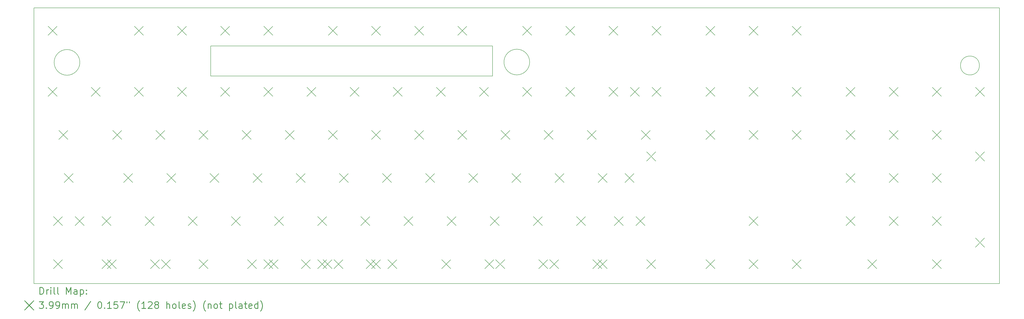
<source format=gbr>
%FSLAX45Y45*%
G04 Gerber Fmt 4.5, Leading zero omitted, Abs format (unit mm)*
G04 Created by KiCad (PCBNEW 4.0.5+dfsg1-4) date Tue Aug 15 04:46:43 2017*
%MOMM*%
%LPD*%
G01*
G04 APERTURE LIST*
%ADD10C,0.127000*%
%ADD11C,0.200000*%
%ADD12C,0.150000*%
%ADD13C,0.300000*%
G04 APERTURE END LIST*
D10*
D11*
X43467253Y-4075000D02*
G75*
G03X43467253Y-4075000I-417253J0D01*
G01*
D12*
X3742961Y-3937000D02*
G75*
G03X3742961Y-3937000I-567961J0D01*
G01*
X23606961Y-3922000D02*
G75*
G03X23606961Y-3922000I-567961J0D01*
G01*
X21971000Y-3213100D02*
X9525000Y-3213100D01*
X21971000Y-4540250D02*
X21971000Y-3213100D01*
X9525000Y-4540250D02*
X21971000Y-4540250D01*
X9525000Y-3213100D02*
X9525000Y-4540250D01*
X1714500Y-13716000D02*
X1714500Y-1524000D01*
X44354750Y-13716000D02*
X1714500Y-13716000D01*
X44354750Y-1524000D02*
X44354750Y-13716000D01*
X1714500Y-1524000D02*
X44354750Y-1524000D01*
D11*
X2340610Y-2340610D02*
X2739390Y-2739390D01*
X2739390Y-2340610D02*
X2340610Y-2739390D01*
X2340610Y-5039360D02*
X2739390Y-5438140D01*
X2739390Y-5039360D02*
X2340610Y-5438140D01*
X2577150Y-10754410D02*
X2975930Y-11153190D01*
X2975930Y-10754410D02*
X2577150Y-11153190D01*
X2578890Y-12659410D02*
X2977670Y-13058190D01*
X2977670Y-12659410D02*
X2578890Y-13058190D01*
X2816860Y-6944360D02*
X3215640Y-7343140D01*
X3215640Y-6944360D02*
X2816860Y-7343140D01*
X3055080Y-8849360D02*
X3453860Y-9248140D01*
X3453860Y-8849360D02*
X3055080Y-9248140D01*
X3531390Y-10754410D02*
X3930170Y-11153190D01*
X3930170Y-10754410D02*
X3531390Y-11153190D01*
X4245610Y-5039360D02*
X4644390Y-5438140D01*
X4644390Y-5039360D02*
X4245610Y-5438140D01*
X4720270Y-10754410D02*
X5119050Y-11153190D01*
X5119050Y-10754410D02*
X4720270Y-11153190D01*
X4721860Y-12659410D02*
X5120640Y-13058190D01*
X5120640Y-12659410D02*
X4721860Y-13058190D01*
X4959990Y-12659410D02*
X5358770Y-13058190D01*
X5358770Y-12659410D02*
X4959990Y-13058190D01*
X5198110Y-6944360D02*
X5596890Y-7343140D01*
X5596890Y-6944360D02*
X5198110Y-7343140D01*
X5674360Y-8849360D02*
X6073140Y-9248140D01*
X6073140Y-8849360D02*
X5674360Y-9248140D01*
X6150610Y-2340610D02*
X6549390Y-2739390D01*
X6549390Y-2340610D02*
X6150610Y-2739390D01*
X6150610Y-5039360D02*
X6549390Y-5438140D01*
X6549390Y-5039360D02*
X6150610Y-5438140D01*
X6626860Y-10754410D02*
X7025640Y-11153190D01*
X7025640Y-10754410D02*
X6626860Y-11153190D01*
X6864990Y-12659410D02*
X7263770Y-13058190D01*
X7263770Y-12659410D02*
X6864990Y-13058190D01*
X7103110Y-6944360D02*
X7501890Y-7343140D01*
X7501890Y-6944360D02*
X7103110Y-7343140D01*
X7341230Y-12659410D02*
X7740010Y-13058190D01*
X7740010Y-12659410D02*
X7341230Y-13058190D01*
X7579360Y-8849360D02*
X7978140Y-9248140D01*
X7978140Y-8849360D02*
X7579360Y-9248140D01*
X8055610Y-2340610D02*
X8454390Y-2739390D01*
X8454390Y-2340610D02*
X8055610Y-2739390D01*
X8055610Y-5039360D02*
X8454390Y-5438140D01*
X8454390Y-5039360D02*
X8055610Y-5438140D01*
X8531860Y-10754410D02*
X8930640Y-11153190D01*
X8930640Y-10754410D02*
X8531860Y-11153190D01*
X9008110Y-6944360D02*
X9406890Y-7343140D01*
X9406890Y-6944360D02*
X9008110Y-7343140D01*
X9008110Y-12659410D02*
X9406890Y-13058190D01*
X9406890Y-12659410D02*
X9008110Y-13058190D01*
X9484360Y-8849360D02*
X9883140Y-9248140D01*
X9883140Y-8849360D02*
X9484360Y-9248140D01*
X9960610Y-2340610D02*
X10359390Y-2739390D01*
X10359390Y-2340610D02*
X9960610Y-2739390D01*
X9960610Y-5039360D02*
X10359390Y-5438140D01*
X10359390Y-5039360D02*
X9960610Y-5438140D01*
X10436810Y-10754410D02*
X10835590Y-11153190D01*
X10835590Y-10754410D02*
X10436810Y-11153190D01*
X10913110Y-6944360D02*
X11311890Y-7343140D01*
X11311890Y-6944360D02*
X10913110Y-7343140D01*
X11149310Y-12659410D02*
X11548090Y-13058190D01*
X11548090Y-12659410D02*
X11149310Y-13058190D01*
X11389410Y-8849360D02*
X11788190Y-9248140D01*
X11788190Y-8849360D02*
X11389410Y-9248140D01*
X11865610Y-2340610D02*
X12264390Y-2739390D01*
X12264390Y-2340610D02*
X11865610Y-2739390D01*
X11865610Y-5039360D02*
X12264390Y-5438140D01*
X12264390Y-5039360D02*
X11865610Y-5438140D01*
X11865610Y-12659410D02*
X12264390Y-13058190D01*
X12264390Y-12659410D02*
X11865610Y-13058190D01*
X12102110Y-12659410D02*
X12500890Y-13058190D01*
X12500890Y-12659410D02*
X12102110Y-13058190D01*
X12341810Y-10754410D02*
X12740590Y-11153190D01*
X12740590Y-10754410D02*
X12341810Y-11153190D01*
X12818110Y-6944360D02*
X13216890Y-7343140D01*
X13216890Y-6944360D02*
X12818110Y-7343140D01*
X13294410Y-8849360D02*
X13693190Y-9248140D01*
X13693190Y-8849360D02*
X13294410Y-9248140D01*
X13529310Y-12659410D02*
X13928090Y-13058190D01*
X13928090Y-12659410D02*
X13529310Y-13058190D01*
X13770610Y-5039360D02*
X14169390Y-5438140D01*
X14169390Y-5039360D02*
X13770610Y-5438140D01*
X14246810Y-10754410D02*
X14645590Y-11153190D01*
X14645590Y-10754410D02*
X14246810Y-11153190D01*
X14246810Y-12659410D02*
X14645590Y-13058190D01*
X14645590Y-12659410D02*
X14246810Y-13058190D01*
X14485010Y-12659410D02*
X14883790Y-13058190D01*
X14883790Y-12659410D02*
X14485010Y-13058190D01*
X14723110Y-2340610D02*
X15121890Y-2739390D01*
X15121890Y-2340610D02*
X14723110Y-2739390D01*
X14723110Y-6944360D02*
X15121890Y-7343140D01*
X15121890Y-6944360D02*
X14723110Y-7343140D01*
X14961210Y-12659410D02*
X15359990Y-13058190D01*
X15359990Y-12659410D02*
X14961210Y-13058190D01*
X15199410Y-8849360D02*
X15598190Y-9248140D01*
X15598190Y-8849360D02*
X15199410Y-9248140D01*
X15675610Y-5039360D02*
X16074390Y-5438140D01*
X16074390Y-5039360D02*
X15675610Y-5438140D01*
X16151810Y-10754410D02*
X16550590Y-11153190D01*
X16550590Y-10754410D02*
X16151810Y-11153190D01*
X16390010Y-12659410D02*
X16788790Y-13058190D01*
X16788790Y-12659410D02*
X16390010Y-13058190D01*
X16627810Y-12659410D02*
X17026590Y-13058190D01*
X17026590Y-12659410D02*
X16627810Y-13058190D01*
X16628110Y-2340610D02*
X17026890Y-2739390D01*
X17026890Y-2340610D02*
X16628110Y-2739390D01*
X16628110Y-6944360D02*
X17026890Y-7343140D01*
X17026890Y-6944360D02*
X16628110Y-7343140D01*
X17104410Y-8849360D02*
X17503190Y-9248140D01*
X17503190Y-8849360D02*
X17104410Y-9248140D01*
X17343110Y-12659410D02*
X17741890Y-13058190D01*
X17741890Y-12659410D02*
X17343110Y-13058190D01*
X17580610Y-5039360D02*
X17979390Y-5438140D01*
X17979390Y-5039360D02*
X17580610Y-5438140D01*
X18056810Y-10754410D02*
X18455590Y-11153190D01*
X18455590Y-10754410D02*
X18056810Y-11153190D01*
X18533110Y-2340610D02*
X18931890Y-2739390D01*
X18931890Y-2340610D02*
X18533110Y-2739390D01*
X18533110Y-6944360D02*
X18931890Y-7343140D01*
X18931890Y-6944360D02*
X18533110Y-7343140D01*
X19009410Y-8849360D02*
X19408190Y-9248140D01*
X19408190Y-8849360D02*
X19009410Y-9248140D01*
X19485610Y-5039360D02*
X19884390Y-5438140D01*
X19884390Y-5039360D02*
X19485610Y-5438140D01*
X19723510Y-12659410D02*
X20122290Y-13058190D01*
X20122290Y-12659410D02*
X19723510Y-13058190D01*
X19961810Y-10754410D02*
X20360590Y-11153190D01*
X20360590Y-10754410D02*
X19961810Y-11153190D01*
X20438110Y-2340610D02*
X20836890Y-2739390D01*
X20836890Y-2340610D02*
X20438110Y-2739390D01*
X20438110Y-6944360D02*
X20836890Y-7343140D01*
X20836890Y-6944360D02*
X20438110Y-7343140D01*
X20914410Y-8849360D02*
X21313190Y-9248140D01*
X21313190Y-8849360D02*
X20914410Y-9248140D01*
X21390610Y-5039360D02*
X21789390Y-5438140D01*
X21789390Y-5039360D02*
X21390610Y-5438140D01*
X21628710Y-12659410D02*
X22027490Y-13058190D01*
X22027490Y-12659410D02*
X21628710Y-13058190D01*
X21866810Y-10754410D02*
X22265590Y-11153190D01*
X22265590Y-10754410D02*
X21866810Y-11153190D01*
X22106210Y-12659410D02*
X22504990Y-13058190D01*
X22504990Y-12659410D02*
X22106210Y-13058190D01*
X22343110Y-6944360D02*
X22741890Y-7343140D01*
X22741890Y-6944360D02*
X22343110Y-7343140D01*
X22819410Y-8849360D02*
X23218190Y-9248140D01*
X23218190Y-8849360D02*
X22819410Y-9248140D01*
X23295610Y-2340610D02*
X23694390Y-2739390D01*
X23694390Y-2340610D02*
X23295610Y-2739390D01*
X23295610Y-5039360D02*
X23694390Y-5438140D01*
X23694390Y-5039360D02*
X23295610Y-5438140D01*
X23771810Y-10754410D02*
X24170590Y-11153190D01*
X24170590Y-10754410D02*
X23771810Y-11153190D01*
X24010010Y-12659410D02*
X24408790Y-13058190D01*
X24408790Y-12659410D02*
X24010010Y-13058190D01*
X24248110Y-6944360D02*
X24646890Y-7343140D01*
X24646890Y-6944360D02*
X24248110Y-7343140D01*
X24486210Y-12659410D02*
X24884990Y-13058190D01*
X24884990Y-12659410D02*
X24486210Y-13058190D01*
X24724410Y-8849360D02*
X25123190Y-9248140D01*
X25123190Y-8849360D02*
X24724410Y-9248140D01*
X25200610Y-2340610D02*
X25599390Y-2739390D01*
X25599390Y-2340610D02*
X25200610Y-2739390D01*
X25200610Y-5039360D02*
X25599390Y-5438140D01*
X25599390Y-5039360D02*
X25200610Y-5438140D01*
X25676810Y-10754410D02*
X26075590Y-11153190D01*
X26075590Y-10754410D02*
X25676810Y-11153190D01*
X26153110Y-6944360D02*
X26551890Y-7343140D01*
X26551890Y-6944360D02*
X26153110Y-7343140D01*
X26391210Y-12659410D02*
X26789990Y-13058190D01*
X26789990Y-12659410D02*
X26391210Y-13058190D01*
X26629410Y-8849360D02*
X27028190Y-9248140D01*
X27028190Y-8849360D02*
X26629410Y-9248140D01*
X26629410Y-12659410D02*
X27028190Y-13058190D01*
X27028190Y-12659410D02*
X26629410Y-13058190D01*
X27105610Y-2340610D02*
X27504390Y-2739390D01*
X27504390Y-2340610D02*
X27105610Y-2739390D01*
X27105610Y-5039360D02*
X27504390Y-5438140D01*
X27504390Y-5039360D02*
X27105610Y-5438140D01*
X27342110Y-10754410D02*
X27740890Y-11153190D01*
X27740890Y-10754410D02*
X27342110Y-11153190D01*
X27820110Y-8849360D02*
X28218890Y-9248140D01*
X28218890Y-8849360D02*
X27820110Y-9248140D01*
X28058110Y-5039360D02*
X28456890Y-5438140D01*
X28456890Y-5039360D02*
X28058110Y-5438140D01*
X28296210Y-10754410D02*
X28694990Y-11153190D01*
X28694990Y-10754410D02*
X28296210Y-11153190D01*
X28534410Y-6944360D02*
X28933190Y-7343140D01*
X28933190Y-6944360D02*
X28534410Y-7343140D01*
X28771510Y-12659410D02*
X29170290Y-13058190D01*
X29170290Y-12659410D02*
X28771510Y-13058190D01*
X28774110Y-7896860D02*
X29172890Y-8295640D01*
X29172890Y-7896860D02*
X28774110Y-8295640D01*
X29010610Y-2340610D02*
X29409390Y-2739390D01*
X29409390Y-2340610D02*
X29010610Y-2739390D01*
X29010610Y-5039360D02*
X29409390Y-5438140D01*
X29409390Y-5039360D02*
X29010610Y-5438140D01*
X31391810Y-2340610D02*
X31790590Y-2739390D01*
X31790590Y-2340610D02*
X31391810Y-2739390D01*
X31391810Y-5039360D02*
X31790590Y-5438140D01*
X31790590Y-5039360D02*
X31391810Y-5438140D01*
X31391810Y-6944360D02*
X31790590Y-7343140D01*
X31790590Y-6944360D02*
X31391810Y-7343140D01*
X31391810Y-12659410D02*
X31790590Y-13058190D01*
X31790590Y-12659410D02*
X31391810Y-13058190D01*
X33296810Y-2340610D02*
X33695590Y-2739390D01*
X33695590Y-2340610D02*
X33296810Y-2739390D01*
X33296810Y-5039360D02*
X33695590Y-5438140D01*
X33695590Y-5039360D02*
X33296810Y-5438140D01*
X33296810Y-6944360D02*
X33695590Y-7343140D01*
X33695590Y-6944360D02*
X33296810Y-7343140D01*
X33296810Y-10754410D02*
X33695590Y-11153190D01*
X33695590Y-10754410D02*
X33296810Y-11153190D01*
X33296810Y-12659410D02*
X33695590Y-13058190D01*
X33695590Y-12659410D02*
X33296810Y-13058190D01*
X35201810Y-2340610D02*
X35600590Y-2739390D01*
X35600590Y-2340610D02*
X35201810Y-2739390D01*
X35201810Y-5039360D02*
X35600590Y-5438140D01*
X35600590Y-5039360D02*
X35201810Y-5438140D01*
X35201810Y-6944360D02*
X35600590Y-7343140D01*
X35600590Y-6944360D02*
X35201810Y-7343140D01*
X35201810Y-12659410D02*
X35600590Y-13058190D01*
X35600590Y-12659410D02*
X35201810Y-13058190D01*
X37583110Y-5039360D02*
X37981890Y-5438140D01*
X37981890Y-5039360D02*
X37583110Y-5438140D01*
X37583110Y-6944360D02*
X37981890Y-7343140D01*
X37981890Y-6944360D02*
X37583110Y-7343140D01*
X37583110Y-8849360D02*
X37981890Y-9248140D01*
X37981890Y-8849360D02*
X37583110Y-9248140D01*
X37583110Y-10754410D02*
X37981890Y-11153190D01*
X37981890Y-10754410D02*
X37583110Y-11153190D01*
X38535610Y-12659410D02*
X38934390Y-13058190D01*
X38934390Y-12659410D02*
X38535610Y-13058190D01*
X39488110Y-5039360D02*
X39886890Y-5438140D01*
X39886890Y-5039360D02*
X39488110Y-5438140D01*
X39488110Y-6944360D02*
X39886890Y-7343140D01*
X39886890Y-6944360D02*
X39488110Y-7343140D01*
X39488110Y-8849360D02*
X39886890Y-9248140D01*
X39886890Y-8849360D02*
X39488110Y-9248140D01*
X39488110Y-10754410D02*
X39886890Y-11153190D01*
X39886890Y-10754410D02*
X39488110Y-11153190D01*
X41393110Y-5039360D02*
X41791890Y-5438140D01*
X41791890Y-5039360D02*
X41393110Y-5438140D01*
X41393110Y-6944360D02*
X41791890Y-7343140D01*
X41791890Y-6944360D02*
X41393110Y-7343140D01*
X41393110Y-8849360D02*
X41791890Y-9248140D01*
X41791890Y-8849360D02*
X41393110Y-9248140D01*
X41393110Y-10754410D02*
X41791890Y-11153190D01*
X41791890Y-10754410D02*
X41393110Y-11153190D01*
X41393110Y-12659410D02*
X41791890Y-13058190D01*
X41791890Y-12659410D02*
X41393110Y-13058190D01*
X43298110Y-5039360D02*
X43696890Y-5438140D01*
X43696890Y-5039360D02*
X43298110Y-5438140D01*
X43298110Y-7896860D02*
X43696890Y-8295640D01*
X43696890Y-7896860D02*
X43298110Y-8295640D01*
X43298110Y-11706810D02*
X43696890Y-12105590D01*
X43696890Y-11706810D02*
X43298110Y-12105590D01*
D13*
X1978428Y-14189214D02*
X1978428Y-13889214D01*
X2049857Y-13889214D01*
X2092714Y-13903500D01*
X2121286Y-13932071D01*
X2135571Y-13960643D01*
X2149857Y-14017786D01*
X2149857Y-14060643D01*
X2135571Y-14117786D01*
X2121286Y-14146357D01*
X2092714Y-14174929D01*
X2049857Y-14189214D01*
X1978428Y-14189214D01*
X2278429Y-14189214D02*
X2278429Y-13989214D01*
X2278429Y-14046357D02*
X2292714Y-14017786D01*
X2307000Y-14003500D01*
X2335571Y-13989214D01*
X2364143Y-13989214D01*
X2464143Y-14189214D02*
X2464143Y-13989214D01*
X2464143Y-13889214D02*
X2449857Y-13903500D01*
X2464143Y-13917786D01*
X2478429Y-13903500D01*
X2464143Y-13889214D01*
X2464143Y-13917786D01*
X2649857Y-14189214D02*
X2621286Y-14174929D01*
X2607000Y-14146357D01*
X2607000Y-13889214D01*
X2807000Y-14189214D02*
X2778429Y-14174929D01*
X2764143Y-14146357D01*
X2764143Y-13889214D01*
X3149857Y-14189214D02*
X3149857Y-13889214D01*
X3249857Y-14103500D01*
X3349857Y-13889214D01*
X3349857Y-14189214D01*
X3621286Y-14189214D02*
X3621286Y-14032071D01*
X3607000Y-14003500D01*
X3578428Y-13989214D01*
X3521286Y-13989214D01*
X3492714Y-14003500D01*
X3621286Y-14174929D02*
X3592714Y-14189214D01*
X3521286Y-14189214D01*
X3492714Y-14174929D01*
X3478428Y-14146357D01*
X3478428Y-14117786D01*
X3492714Y-14089214D01*
X3521286Y-14074929D01*
X3592714Y-14074929D01*
X3621286Y-14060643D01*
X3764143Y-13989214D02*
X3764143Y-14289214D01*
X3764143Y-14003500D02*
X3792714Y-13989214D01*
X3849857Y-13989214D01*
X3878428Y-14003500D01*
X3892714Y-14017786D01*
X3907000Y-14046357D01*
X3907000Y-14132071D01*
X3892714Y-14160643D01*
X3878428Y-14174929D01*
X3849857Y-14189214D01*
X3792714Y-14189214D01*
X3764143Y-14174929D01*
X4035571Y-14160643D02*
X4049857Y-14174929D01*
X4035571Y-14189214D01*
X4021286Y-14174929D01*
X4035571Y-14160643D01*
X4035571Y-14189214D01*
X4035571Y-14003500D02*
X4049857Y-14017786D01*
X4035571Y-14032071D01*
X4021286Y-14017786D01*
X4035571Y-14003500D01*
X4035571Y-14032071D01*
X1308220Y-14484110D02*
X1707000Y-14882890D01*
X1707000Y-14484110D02*
X1308220Y-14882890D01*
X1949857Y-14519214D02*
X2135571Y-14519214D01*
X2035571Y-14633500D01*
X2078428Y-14633500D01*
X2107000Y-14647786D01*
X2121286Y-14662071D01*
X2135571Y-14690643D01*
X2135571Y-14762071D01*
X2121286Y-14790643D01*
X2107000Y-14804929D01*
X2078428Y-14819214D01*
X1992714Y-14819214D01*
X1964143Y-14804929D01*
X1949857Y-14790643D01*
X2264143Y-14790643D02*
X2278429Y-14804929D01*
X2264143Y-14819214D01*
X2249857Y-14804929D01*
X2264143Y-14790643D01*
X2264143Y-14819214D01*
X2421286Y-14819214D02*
X2478428Y-14819214D01*
X2507000Y-14804929D01*
X2521286Y-14790643D01*
X2549857Y-14747786D01*
X2564143Y-14690643D01*
X2564143Y-14576357D01*
X2549857Y-14547786D01*
X2535571Y-14533500D01*
X2507000Y-14519214D01*
X2449857Y-14519214D01*
X2421286Y-14533500D01*
X2407000Y-14547786D01*
X2392714Y-14576357D01*
X2392714Y-14647786D01*
X2407000Y-14676357D01*
X2421286Y-14690643D01*
X2449857Y-14704929D01*
X2507000Y-14704929D01*
X2535571Y-14690643D01*
X2549857Y-14676357D01*
X2564143Y-14647786D01*
X2707000Y-14819214D02*
X2764143Y-14819214D01*
X2792714Y-14804929D01*
X2807000Y-14790643D01*
X2835571Y-14747786D01*
X2849857Y-14690643D01*
X2849857Y-14576357D01*
X2835571Y-14547786D01*
X2821286Y-14533500D01*
X2792714Y-14519214D01*
X2735571Y-14519214D01*
X2707000Y-14533500D01*
X2692714Y-14547786D01*
X2678429Y-14576357D01*
X2678429Y-14647786D01*
X2692714Y-14676357D01*
X2707000Y-14690643D01*
X2735571Y-14704929D01*
X2792714Y-14704929D01*
X2821286Y-14690643D01*
X2835571Y-14676357D01*
X2849857Y-14647786D01*
X2978428Y-14819214D02*
X2978428Y-14619214D01*
X2978428Y-14647786D02*
X2992714Y-14633500D01*
X3021286Y-14619214D01*
X3064143Y-14619214D01*
X3092714Y-14633500D01*
X3107000Y-14662071D01*
X3107000Y-14819214D01*
X3107000Y-14662071D02*
X3121286Y-14633500D01*
X3149857Y-14619214D01*
X3192714Y-14619214D01*
X3221286Y-14633500D01*
X3235571Y-14662071D01*
X3235571Y-14819214D01*
X3378428Y-14819214D02*
X3378428Y-14619214D01*
X3378428Y-14647786D02*
X3392714Y-14633500D01*
X3421286Y-14619214D01*
X3464143Y-14619214D01*
X3492714Y-14633500D01*
X3507000Y-14662071D01*
X3507000Y-14819214D01*
X3507000Y-14662071D02*
X3521286Y-14633500D01*
X3549857Y-14619214D01*
X3592714Y-14619214D01*
X3621286Y-14633500D01*
X3635571Y-14662071D01*
X3635571Y-14819214D01*
X4221286Y-14504929D02*
X3964143Y-14890643D01*
X4607000Y-14519214D02*
X4635571Y-14519214D01*
X4664143Y-14533500D01*
X4678428Y-14547786D01*
X4692714Y-14576357D01*
X4707000Y-14633500D01*
X4707000Y-14704929D01*
X4692714Y-14762071D01*
X4678428Y-14790643D01*
X4664143Y-14804929D01*
X4635571Y-14819214D01*
X4607000Y-14819214D01*
X4578428Y-14804929D01*
X4564143Y-14790643D01*
X4549857Y-14762071D01*
X4535571Y-14704929D01*
X4535571Y-14633500D01*
X4549857Y-14576357D01*
X4564143Y-14547786D01*
X4578428Y-14533500D01*
X4607000Y-14519214D01*
X4835571Y-14790643D02*
X4849857Y-14804929D01*
X4835571Y-14819214D01*
X4821286Y-14804929D01*
X4835571Y-14790643D01*
X4835571Y-14819214D01*
X5135571Y-14819214D02*
X4964143Y-14819214D01*
X5049857Y-14819214D02*
X5049857Y-14519214D01*
X5021286Y-14562071D01*
X4992714Y-14590643D01*
X4964143Y-14604929D01*
X5407000Y-14519214D02*
X5264143Y-14519214D01*
X5249857Y-14662071D01*
X5264143Y-14647786D01*
X5292714Y-14633500D01*
X5364143Y-14633500D01*
X5392714Y-14647786D01*
X5407000Y-14662071D01*
X5421286Y-14690643D01*
X5421286Y-14762071D01*
X5407000Y-14790643D01*
X5392714Y-14804929D01*
X5364143Y-14819214D01*
X5292714Y-14819214D01*
X5264143Y-14804929D01*
X5249857Y-14790643D01*
X5521286Y-14519214D02*
X5721285Y-14519214D01*
X5592714Y-14819214D01*
X5821286Y-14519214D02*
X5821286Y-14576357D01*
X5935571Y-14519214D02*
X5935571Y-14576357D01*
X6378428Y-14933500D02*
X6364143Y-14919214D01*
X6335571Y-14876357D01*
X6321285Y-14847786D01*
X6307000Y-14804929D01*
X6292714Y-14733500D01*
X6292714Y-14676357D01*
X6307000Y-14604929D01*
X6321285Y-14562071D01*
X6335571Y-14533500D01*
X6364143Y-14490643D01*
X6378428Y-14476357D01*
X6649857Y-14819214D02*
X6478428Y-14819214D01*
X6564143Y-14819214D02*
X6564143Y-14519214D01*
X6535571Y-14562071D01*
X6507000Y-14590643D01*
X6478428Y-14604929D01*
X6764143Y-14547786D02*
X6778428Y-14533500D01*
X6807000Y-14519214D01*
X6878428Y-14519214D01*
X6907000Y-14533500D01*
X6921285Y-14547786D01*
X6935571Y-14576357D01*
X6935571Y-14604929D01*
X6921285Y-14647786D01*
X6749857Y-14819214D01*
X6935571Y-14819214D01*
X7107000Y-14647786D02*
X7078428Y-14633500D01*
X7064143Y-14619214D01*
X7049857Y-14590643D01*
X7049857Y-14576357D01*
X7064143Y-14547786D01*
X7078428Y-14533500D01*
X7107000Y-14519214D01*
X7164143Y-14519214D01*
X7192714Y-14533500D01*
X7207000Y-14547786D01*
X7221285Y-14576357D01*
X7221285Y-14590643D01*
X7207000Y-14619214D01*
X7192714Y-14633500D01*
X7164143Y-14647786D01*
X7107000Y-14647786D01*
X7078428Y-14662071D01*
X7064143Y-14676357D01*
X7049857Y-14704929D01*
X7049857Y-14762071D01*
X7064143Y-14790643D01*
X7078428Y-14804929D01*
X7107000Y-14819214D01*
X7164143Y-14819214D01*
X7192714Y-14804929D01*
X7207000Y-14790643D01*
X7221285Y-14762071D01*
X7221285Y-14704929D01*
X7207000Y-14676357D01*
X7192714Y-14662071D01*
X7164143Y-14647786D01*
X7578428Y-14819214D02*
X7578428Y-14519214D01*
X7707000Y-14819214D02*
X7707000Y-14662071D01*
X7692714Y-14633500D01*
X7664143Y-14619214D01*
X7621285Y-14619214D01*
X7592714Y-14633500D01*
X7578428Y-14647786D01*
X7892714Y-14819214D02*
X7864143Y-14804929D01*
X7849857Y-14790643D01*
X7835571Y-14762071D01*
X7835571Y-14676357D01*
X7849857Y-14647786D01*
X7864143Y-14633500D01*
X7892714Y-14619214D01*
X7935571Y-14619214D01*
X7964143Y-14633500D01*
X7978428Y-14647786D01*
X7992714Y-14676357D01*
X7992714Y-14762071D01*
X7978428Y-14790643D01*
X7964143Y-14804929D01*
X7935571Y-14819214D01*
X7892714Y-14819214D01*
X8164143Y-14819214D02*
X8135571Y-14804929D01*
X8121286Y-14776357D01*
X8121286Y-14519214D01*
X8392714Y-14804929D02*
X8364143Y-14819214D01*
X8307000Y-14819214D01*
X8278428Y-14804929D01*
X8264143Y-14776357D01*
X8264143Y-14662071D01*
X8278428Y-14633500D01*
X8307000Y-14619214D01*
X8364143Y-14619214D01*
X8392714Y-14633500D01*
X8407000Y-14662071D01*
X8407000Y-14690643D01*
X8264143Y-14719214D01*
X8521286Y-14804929D02*
X8549857Y-14819214D01*
X8607000Y-14819214D01*
X8635571Y-14804929D01*
X8649857Y-14776357D01*
X8649857Y-14762071D01*
X8635571Y-14733500D01*
X8607000Y-14719214D01*
X8564143Y-14719214D01*
X8535571Y-14704929D01*
X8521286Y-14676357D01*
X8521286Y-14662071D01*
X8535571Y-14633500D01*
X8564143Y-14619214D01*
X8607000Y-14619214D01*
X8635571Y-14633500D01*
X8749857Y-14933500D02*
X8764143Y-14919214D01*
X8792714Y-14876357D01*
X8807000Y-14847786D01*
X8821286Y-14804929D01*
X8835571Y-14733500D01*
X8835571Y-14676357D01*
X8821286Y-14604929D01*
X8807000Y-14562071D01*
X8792714Y-14533500D01*
X8764143Y-14490643D01*
X8749857Y-14476357D01*
X9292714Y-14933500D02*
X9278428Y-14919214D01*
X9249857Y-14876357D01*
X9235571Y-14847786D01*
X9221286Y-14804929D01*
X9207000Y-14733500D01*
X9207000Y-14676357D01*
X9221286Y-14604929D01*
X9235571Y-14562071D01*
X9249857Y-14533500D01*
X9278428Y-14490643D01*
X9292714Y-14476357D01*
X9407000Y-14619214D02*
X9407000Y-14819214D01*
X9407000Y-14647786D02*
X9421286Y-14633500D01*
X9449857Y-14619214D01*
X9492714Y-14619214D01*
X9521286Y-14633500D01*
X9535571Y-14662071D01*
X9535571Y-14819214D01*
X9721286Y-14819214D02*
X9692714Y-14804929D01*
X9678429Y-14790643D01*
X9664143Y-14762071D01*
X9664143Y-14676357D01*
X9678429Y-14647786D01*
X9692714Y-14633500D01*
X9721286Y-14619214D01*
X9764143Y-14619214D01*
X9792714Y-14633500D01*
X9807000Y-14647786D01*
X9821286Y-14676357D01*
X9821286Y-14762071D01*
X9807000Y-14790643D01*
X9792714Y-14804929D01*
X9764143Y-14819214D01*
X9721286Y-14819214D01*
X9907000Y-14619214D02*
X10021286Y-14619214D01*
X9949857Y-14519214D02*
X9949857Y-14776357D01*
X9964143Y-14804929D01*
X9992714Y-14819214D01*
X10021286Y-14819214D01*
X10349857Y-14619214D02*
X10349857Y-14919214D01*
X10349857Y-14633500D02*
X10378429Y-14619214D01*
X10435571Y-14619214D01*
X10464143Y-14633500D01*
X10478429Y-14647786D01*
X10492714Y-14676357D01*
X10492714Y-14762071D01*
X10478429Y-14790643D01*
X10464143Y-14804929D01*
X10435571Y-14819214D01*
X10378429Y-14819214D01*
X10349857Y-14804929D01*
X10664143Y-14819214D02*
X10635571Y-14804929D01*
X10621286Y-14776357D01*
X10621286Y-14519214D01*
X10907000Y-14819214D02*
X10907000Y-14662071D01*
X10892714Y-14633500D01*
X10864143Y-14619214D01*
X10807000Y-14619214D01*
X10778429Y-14633500D01*
X10907000Y-14804929D02*
X10878429Y-14819214D01*
X10807000Y-14819214D01*
X10778429Y-14804929D01*
X10764143Y-14776357D01*
X10764143Y-14747786D01*
X10778429Y-14719214D01*
X10807000Y-14704929D01*
X10878429Y-14704929D01*
X10907000Y-14690643D01*
X11007000Y-14619214D02*
X11121286Y-14619214D01*
X11049857Y-14519214D02*
X11049857Y-14776357D01*
X11064143Y-14804929D01*
X11092714Y-14819214D01*
X11121286Y-14819214D01*
X11335571Y-14804929D02*
X11307000Y-14819214D01*
X11249857Y-14819214D01*
X11221286Y-14804929D01*
X11207000Y-14776357D01*
X11207000Y-14662071D01*
X11221286Y-14633500D01*
X11249857Y-14619214D01*
X11307000Y-14619214D01*
X11335571Y-14633500D01*
X11349857Y-14662071D01*
X11349857Y-14690643D01*
X11207000Y-14719214D01*
X11607000Y-14819214D02*
X11607000Y-14519214D01*
X11607000Y-14804929D02*
X11578429Y-14819214D01*
X11521286Y-14819214D01*
X11492714Y-14804929D01*
X11478429Y-14790643D01*
X11464143Y-14762071D01*
X11464143Y-14676357D01*
X11478429Y-14647786D01*
X11492714Y-14633500D01*
X11521286Y-14619214D01*
X11578429Y-14619214D01*
X11607000Y-14633500D01*
X11721286Y-14933500D02*
X11735572Y-14919214D01*
X11764143Y-14876357D01*
X11778429Y-14847786D01*
X11792714Y-14804929D01*
X11807000Y-14733500D01*
X11807000Y-14676357D01*
X11792714Y-14604929D01*
X11778429Y-14562071D01*
X11764143Y-14533500D01*
X11735572Y-14490643D01*
X11721286Y-14476357D01*
M02*

</source>
